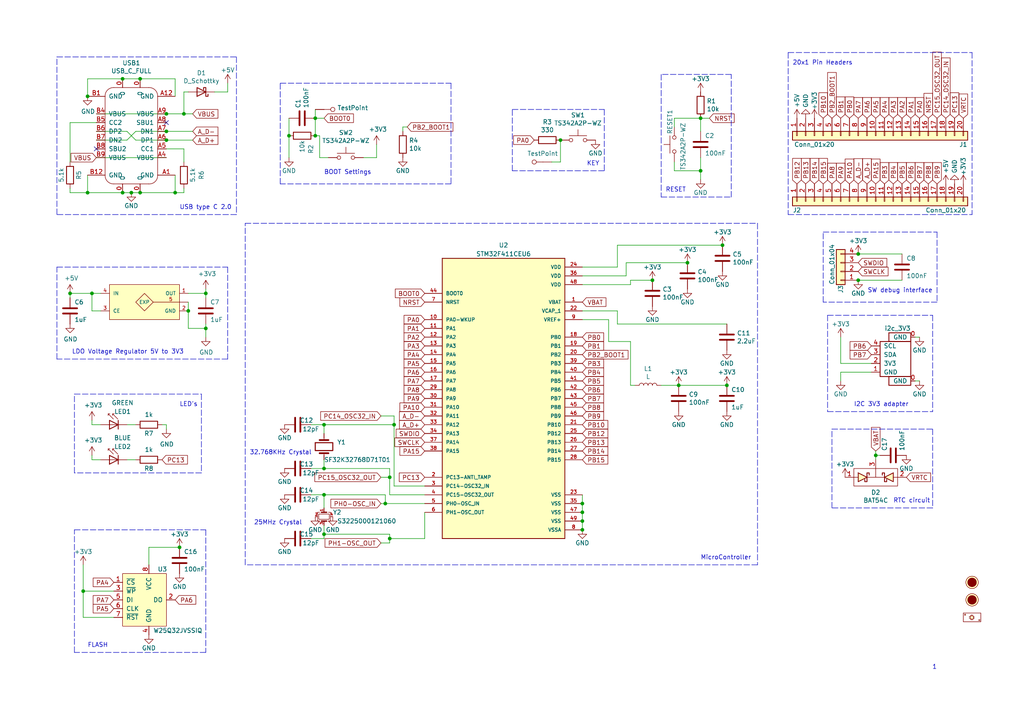
<source format=kicad_sch>
(kicad_sch (version 20211123) (generator eeschema)
  (paper "A4")
  (junction (at 113.03 138.43))
  (junction (at 248.92 81.28))
  (junction (at 209.55 71.12))
  (junction (at 26.67 85.09))
  (junction (at 93.98 143.51))
  (junction (at 20.32 85.09))
  (junction (at 35.56 55.88))
  (junction (at 199.39 76.2))
  (junction (at 93.98 154.94))
  (junction (at 25.4 55.88))
  (junction (at 48.26 33.02))
  (junction (at 48.26 38.1))
  (junction (at 113.03 156.21))
  (junction (at 91.44 39.37))
  (junction (at 50.8 55.88))
  (junction (at 52.07 158.75))
  (junction (at 248.92 73.66))
  (junction (at 48.26 40.64))
  (junction (at 254 132.08))
  (junction (at 25.4 27.94))
  (junction (at 196.85 111.76))
  (junction (at 93.98 123.19))
  (junction (at 54.61 90.17))
  (junction (at 53.34 33.02))
  (junction (at 59.69 85.09))
  (junction (at 168.91 153.67))
  (junction (at 210.82 111.76))
  (junction (at 162.56 40.64))
  (junction (at 168.91 151.13))
  (junction (at 91.44 34.29))
  (junction (at 168.91 146.05))
  (junction (at 83.82 39.37))
  (junction (at 24.13 171.45))
  (junction (at 168.91 148.59))
  (junction (at 114.3 123.19))
  (junction (at 189.23 81.28))
  (junction (at 111.76 146.05))
  (junction (at 203.2 49.53))
  (junction (at 93.98 135.89))
  (junction (at 40.64 55.88))
  (junction (at 203.2 34.29))
  (junction (at 35.56 22.86))
  (junction (at 59.69 95.25))
  (junction (at 38.1 55.88))
  (junction (at 40.64 22.86))
  (no_connect (at 27.94 43.18))
  (no_connect (at 48.26 35.56))
  (wire (pts (xy 36.83 40.64) (xy 39.37 38.1)))
  (wire (pts (xy 92.71 39.37) (xy 91.44 39.37)))
  (wire (pts (xy 90.17 135.89) (xy 93.98 135.89)))
  (wire (pts (xy 111.76 143.51) (xy 111.76 146.05)))
  (wire (pts (xy 113.03 156.21) (xy 113.03 154.94)))
  (wire (pts (xy 168.91 82.55) (xy 182.88 82.55)))
  (wire (pts (xy 203.2 34.29) (xy 205.74 34.29)))
  (wire (pts (xy 196.85 111.76) (xy 210.82 111.76)))
  (wire (pts (xy 39.37 40.64) (xy 48.26 40.64)))
  (wire (pts (xy 110.49 138.43) (xy 113.03 138.43)))
  (wire (pts (xy 26.67 132.08) (xy 26.67 133.35)))
  (wire (pts (xy 90.17 156.21) (xy 93.98 156.21)))
  (polyline (pts (xy 16.51 16.51) (xy 68.58 16.51)))
  (wire (pts (xy 114.3 123.19) (xy 114.3 140.97)))
  (wire (pts (xy 254 130.81) (xy 254 132.08)))
  (polyline (pts (xy 71.12 163.83) (xy 71.12 64.77)))
  (wire (pts (xy 248.92 73.66) (xy 261.62 73.66)))
  (wire (pts (xy 168.91 77.47) (xy 179.07 77.47)))
  (wire (pts (xy 162.56 46.99) (xy 162.56 40.64)))
  (wire (pts (xy 116.84 36.83) (xy 118.11 36.83)))
  (polyline (pts (xy 130.81 24.13) (xy 130.81 53.34)))
  (wire (pts (xy 20.32 85.09) (xy 26.67 85.09)))
  (polyline (pts (xy 219.71 163.83) (xy 71.12 163.83)))
  (wire (pts (xy 93.98 125.73) (xy 93.98 123.19)))
  (wire (pts (xy 46.99 123.19) (xy 48.26 123.19)))
  (wire (pts (xy 20.32 35.56) (xy 27.94 35.56)))
  (wire (pts (xy 83.82 39.37) (xy 83.82 34.29)))
  (wire (pts (xy 110.49 120.65) (xy 114.3 120.65)))
  (wire (pts (xy 168.91 148.59) (xy 168.91 151.13)))
  (wire (pts (xy 36.83 123.19) (xy 39.37 123.19)))
  (wire (pts (xy 168.91 90.17) (xy 179.07 90.17)))
  (wire (pts (xy 243.84 97.79) (xy 243.84 105.41)))
  (polyline (pts (xy 212.09 21.59) (xy 191.77 21.59)))
  (wire (pts (xy 91.44 34.29) (xy 91.44 39.37)))
  (polyline (pts (xy 270.51 147.32) (xy 241.3 147.32)))
  (wire (pts (xy 39.37 38.1) (xy 48.26 38.1)))
  (wire (pts (xy 255.27 132.08) (xy 254 132.08)))
  (polyline (pts (xy 241.3 147.32) (xy 241.3 124.46)))
  (wire (pts (xy 91.44 34.29) (xy 91.44 31.75)))
  (wire (pts (xy 50.8 55.88) (xy 50.8 50.8)))
  (wire (pts (xy 265.43 110.49) (xy 266.7 110.49)))
  (polyline (pts (xy 175.26 31.75) (xy 175.26 49.53)))
  (wire (pts (xy 62.23 26.67) (xy 66.04 26.67)))
  (polyline (pts (xy 21.59 137.16) (xy 21.59 114.3)))
  (wire (pts (xy 195.58 36.83) (xy 195.58 34.29)))
  (wire (pts (xy 179.07 77.47) (xy 179.07 71.12)))
  (wire (pts (xy 203.2 45.72) (xy 203.2 49.53)))
  (wire (pts (xy 26.67 90.17) (xy 26.67 85.09)))
  (wire (pts (xy 191.77 111.76) (xy 196.85 111.76)))
  (wire (pts (xy 26.67 121.92) (xy 26.67 123.19)))
  (wire (pts (xy 59.69 95.25) (xy 59.69 97.79)))
  (wire (pts (xy 36.83 133.35) (xy 39.37 133.35)))
  (wire (pts (xy 33.02 179.07) (xy 24.13 179.07)))
  (wire (pts (xy 48.26 40.64) (xy 55.88 40.64)))
  (polyline (pts (xy 58.42 137.16) (xy 21.59 137.16)))
  (wire (pts (xy 20.32 85.09) (xy 20.32 86.36)))
  (polyline (pts (xy 175.26 49.53) (xy 148.59 49.53)))
  (wire (pts (xy 182.88 111.76) (xy 184.15 111.76)))
  (wire (pts (xy 111.76 143.51) (xy 93.98 143.51)))
  (polyline (pts (xy 58.42 114.3) (xy 58.42 137.16)))
  (wire (pts (xy 27.94 40.64) (xy 36.83 40.64)))
  (polyline (pts (xy 81.28 53.34) (xy 81.28 24.13)))
  (wire (pts (xy 113.03 135.89) (xy 113.03 138.43)))
  (wire (pts (xy 105.41 45.72) (xy 109.22 45.72)))
  (wire (pts (xy 33.02 171.45) (xy 24.13 171.45)))
  (polyline (pts (xy 21.59 153.67) (xy 59.69 153.67)))
  (wire (pts (xy 168.91 80.01) (xy 181.61 80.01)))
  (wire (pts (xy 113.03 138.43) (xy 113.03 143.51)))
  (wire (pts (xy 53.34 26.67) (xy 54.61 26.67)))
  (polyline (pts (xy 71.12 64.77) (xy 219.71 64.77)))
  (wire (pts (xy 93.98 156.21) (xy 93.98 154.94)))
  (wire (pts (xy 25.4 27.94) (xy 25.4 22.86)))
  (wire (pts (xy 48.26 38.1) (xy 55.88 38.1)))
  (wire (pts (xy 114.3 140.97) (xy 123.19 140.97)))
  (wire (pts (xy 176.53 92.71) (xy 168.91 92.71)))
  (wire (pts (xy 179.07 90.17) (xy 179.07 93.98)))
  (wire (pts (xy 93.98 135.89) (xy 113.03 135.89)))
  (wire (pts (xy 20.32 55.88) (xy 25.4 55.88)))
  (polyline (pts (xy 241.3 124.46) (xy 270.51 124.46)))
  (wire (pts (xy 26.67 133.35) (xy 29.21 133.35)))
  (wire (pts (xy 113.03 154.94) (xy 93.98 154.94)))
  (wire (pts (xy 116.84 38.1) (xy 116.84 36.83)))
  (wire (pts (xy 113.03 156.21) (xy 113.03 157.48)))
  (wire (pts (xy 54.61 87.63) (xy 54.61 90.17)))
  (wire (pts (xy 92.71 45.72) (xy 92.71 39.37)))
  (wire (pts (xy 52.07 158.75) (xy 43.18 158.75)))
  (wire (pts (xy 168.91 151.13) (xy 168.91 153.67)))
  (wire (pts (xy 53.34 55.88) (xy 50.8 55.88)))
  (wire (pts (xy 27.94 38.1) (xy 36.83 38.1)))
  (polyline (pts (xy 212.09 57.15) (xy 212.09 21.59)))
  (wire (pts (xy 109.22 45.72) (xy 109.22 41.91)))
  (wire (pts (xy 54.61 95.25) (xy 59.69 95.25)))
  (wire (pts (xy 181.61 76.2) (xy 199.39 76.2)))
  (wire (pts (xy 38.1 55.88) (xy 40.64 55.88)))
  (wire (pts (xy 53.34 43.18) (xy 48.26 43.18)))
  (wire (pts (xy 182.88 81.28) (xy 189.23 81.28)))
  (wire (pts (xy 254 132.08) (xy 254 133.35)))
  (wire (pts (xy 111.76 146.05) (xy 110.49 146.05)))
  (polyline (pts (xy 228.6 15.24) (xy 228.6 62.23)))
  (wire (pts (xy 50.8 22.86) (xy 50.8 27.94)))
  (wire (pts (xy 123.19 146.05) (xy 111.76 146.05)))
  (polyline (pts (xy 81.28 24.13) (xy 130.81 24.13)))
  (wire (pts (xy 24.13 163.83) (xy 24.13 171.45)))
  (wire (pts (xy 26.67 123.19) (xy 29.21 123.19)))
  (polyline (pts (xy 191.77 21.59) (xy 191.77 57.15)))
  (polyline (pts (xy 66.04 104.14) (xy 16.51 104.14)))
  (wire (pts (xy 53.34 54.61) (xy 53.34 55.88)))
  (wire (pts (xy 40.64 22.86) (xy 50.8 22.86)))
  (wire (pts (xy 182.88 82.55) (xy 182.88 81.28)))
  (wire (pts (xy 25.4 50.8) (xy 25.4 55.88)))
  (wire (pts (xy 35.56 22.86) (xy 40.64 22.86)))
  (wire (pts (xy 265.43 97.79) (xy 266.7 97.79)))
  (polyline (pts (xy 270.51 124.46) (xy 270.51 147.32)))
  (wire (pts (xy 168.91 143.51) (xy 168.91 146.05)))
  (wire (pts (xy 53.34 33.02) (xy 53.34 26.67)))
  (wire (pts (xy 25.4 22.86) (xy 35.56 22.86)))
  (wire (pts (xy 59.69 86.36) (xy 59.69 85.09)))
  (wire (pts (xy 43.18 158.75) (xy 43.18 163.83)))
  (wire (pts (xy 48.26 123.19) (xy 48.26 124.46)))
  (wire (pts (xy 195.58 46.99) (xy 195.58 49.53)))
  (wire (pts (xy 203.2 49.53) (xy 203.2 52.07)))
  (wire (pts (xy 182.88 99.06) (xy 182.88 111.76)))
  (wire (pts (xy 181.61 80.01) (xy 181.61 76.2)))
  (wire (pts (xy 182.88 99.06) (xy 176.53 99.06)))
  (wire (pts (xy 27.94 45.72) (xy 48.26 45.72)))
  (wire (pts (xy 36.83 38.1) (xy 39.37 40.64)))
  (wire (pts (xy 53.34 46.99) (xy 53.34 43.18)))
  (wire (pts (xy 176.53 99.06) (xy 176.53 92.71)))
  (polyline (pts (xy 240.03 91.44) (xy 270.51 91.44)))
  (polyline (pts (xy 240.03 91.44) (xy 240.03 119.38)))
  (wire (pts (xy 195.58 49.53) (xy 203.2 49.53)))
  (polyline (pts (xy 16.51 62.23) (xy 16.51 16.51)))
  (wire (pts (xy 123.19 156.21) (xy 113.03 156.21)))
  (polyline (pts (xy 16.51 104.14) (xy 16.51 77.47)))
  (wire (pts (xy 24.13 171.45) (xy 24.13 179.07)))
  (polyline (pts (xy 228.6 62.23) (xy 281.94 62.23)))
  (polyline (pts (xy 240.03 119.38) (xy 270.51 119.38)))
  (wire (pts (xy 54.61 85.09) (xy 59.69 85.09)))
  (wire (pts (xy 243.84 107.95) (xy 252.73 107.95)))
  (wire (pts (xy 179.07 93.98) (xy 210.82 93.98)))
  (polyline (pts (xy 271.78 67.31) (xy 271.78 87.63)))
  (wire (pts (xy 25.4 55.88) (xy 35.56 55.88)))
  (wire (pts (xy 123.19 148.59) (xy 123.19 156.21)))
  (wire (pts (xy 93.98 154.94) (xy 93.98 152.4)))
  (wire (pts (xy 93.98 123.19) (xy 90.17 123.19)))
  (wire (pts (xy 203.2 38.1) (xy 203.2 34.29)))
  (polyline (pts (xy 148.59 49.53) (xy 148.59 31.75)))
  (wire (pts (xy 20.32 46.99) (xy 20.32 35.56)))
  (wire (pts (xy 248.92 81.28) (xy 261.62 81.28)))
  (polyline (pts (xy 16.51 77.47) (xy 66.04 77.47)))
  (wire (pts (xy 93.98 135.89) (xy 93.98 133.35)))
  (wire (pts (xy 26.67 85.09) (xy 29.21 85.09)))
  (polyline (pts (xy 59.69 153.67) (xy 59.69 189.23)))
  (polyline (pts (xy 66.04 77.47) (xy 66.04 104.14)))
  (polyline (pts (xy 68.58 16.51) (xy 68.58 62.23)))
  (wire (pts (xy 54.61 95.25) (xy 54.61 90.17)))
  (wire (pts (xy 53.34 33.02) (xy 55.88 33.02)))
  (wire (pts (xy 93.98 123.19) (xy 114.3 123.19)))
  (polyline (pts (xy 271.78 87.63) (xy 238.76 87.63)))
  (wire (pts (xy 243.84 110.49) (xy 243.84 107.95)))
  (wire (pts (xy 90.17 143.51) (xy 93.98 143.51)))
  (wire (pts (xy 114.3 120.65) (xy 114.3 123.19)))
  (wire (pts (xy 66.04 26.67) (xy 66.04 24.13)))
  (wire (pts (xy 93.98 143.51) (xy 93.98 147.32)))
  (polyline (pts (xy 270.51 91.44) (xy 270.51 119.38)))
  (polyline (pts (xy 219.71 64.77) (xy 219.71 163.83)))
  (wire (pts (xy 48.26 33.02) (xy 53.34 33.02)))
  (polyline (pts (xy 59.69 189.23) (xy 21.59 189.23)))
  (wire (pts (xy 168.91 146.05) (xy 168.91 148.59)))
  (wire (pts (xy 243.84 105.41) (xy 252.73 105.41)))
  (wire (pts (xy 83.82 39.37) (xy 83.82 45.72)))
  (polyline (pts (xy 130.81 53.34) (xy 81.28 53.34)))
  (polyline (pts (xy 238.76 67.31) (xy 271.78 67.31)))
  (wire (pts (xy 179.07 71.12) (xy 209.55 71.12)))
  (wire (pts (xy 40.64 55.88) (xy 50.8 55.88)))
  (polyline (pts (xy 228.6 15.24) (xy 281.94 15.24)))
  (wire (pts (xy 92.71 45.72) (xy 95.25 45.72)))
  (polyline (pts (xy 21.59 189.23) (xy 21.59 153.67)))
  (wire (pts (xy 27.94 33.02) (xy 48.26 33.02)))
  (polyline (pts (xy 21.59 114.3) (xy 58.42 114.3)))
  (polyline (pts (xy 281.94 15.24) (xy 281.94 62.23)))
  (polyline (pts (xy 191.77 57.15) (xy 212.09 57.15)))
  (polyline (pts (xy 68.58 62.23) (xy 16.51 62.23)))
  (wire (pts (xy 20.32 54.61) (xy 20.32 55.88)))
  (polyline (pts (xy 238.76 87.63) (xy 238.76 67.31)))
  (wire (pts (xy 59.69 93.98) (xy 59.69 95.25)))
  (wire (pts (xy 59.69 85.09) (xy 59.69 83.82)))
  (polyline (pts (xy 148.59 31.75) (xy 175.26 31.75)))
  (wire (pts (xy 113.03 143.51) (xy 123.19 143.51)))
  (wire (pts (xy 35.56 55.88) (xy 38.1 55.88)))
  (wire (pts (xy 110.49 157.48) (xy 113.03 157.48)))
  (wire (pts (xy 160.02 46.99) (xy 162.56 46.99)))
  (wire (pts (xy 91.44 34.29) (xy 93.98 34.29)))
  (wire (pts (xy 195.58 34.29) (xy 203.2 34.29)))
  (wire (pts (xy 29.21 90.17) (xy 26.67 90.17)))
  (text "KEY" (at 170.18 48.26 0) (effects (font (size 1.27 1.27)) (justify left bottom)))
  (text "32.768KHz Crystal" (at 72.39 132.08 0) (effects (font (size 1.27 1.27)) (justify left bottom)))
  (text "LDO Voltage Regulator 5V to 3V3" (at 53.34 102.87 180) (effects (font (size 1.27 1.27)) (justify right bottom)))
  (text "FLASH" (at 25.4 187.96 0) (effects (font (size 1.27 1.27)) (justify left bottom)))
  (text "LED's" (at 52.07 118.11 0) (effects (font (size 1.27 1.27)) (justify left bottom)))
  (text "SW debug interface" (at 270.51 85.09 180) (effects (font (size 1.27 1.27)) (justify right bottom)))
  (text "1" (at 271.78 194.31 180) (effects (font (size 1.27 1.27)) (justify right bottom)))
  (text "BOOT Settings" (at 93.98 50.8 0) (effects (font (size 1.27 1.27)) (justify left bottom)))
  (text "RESET" (at 193.04 55.88 0) (effects (font (size 1.27 1.27)) (justify left bottom)))
  (text "USB type C 2.0" (at 52.07 60.96 0) (effects (font (size 1.27 1.27)) (justify left bottom)))
  (text "25MHz Crystal" (at 73.66 152.4 0) (effects (font (size 1.27 1.27)) (justify left bottom)))
  (text "I2C 3V3 adapter\n" (at 247.65 118.11 0) (effects (font (size 1.27 1.27)) (justify left bottom)))
  (text "20x1 Pin Headers" (at 229.87 19.05 0) (effects (font (size 1.27 1.27)) (justify left bottom)))
  (text "MicroController" (at 203.2 162.56 0) (effects (font (size 1.27 1.27)) (justify left bottom)))
  (text "RTC circuit" (at 259.08 146.05 0) (effects (font (size 1.27 1.27)) (justify left bottom)))
  (global_label "PB6" (shape input) (at 168.91 113.03 0) (property "Intersheet References" "${INTERSHEET_REFS}" (effects hide)))
  (global_label "PB3" (shape input) (at 256.54 53.34 90) (property "Intersheet References" "${INTERSHEET_REFS}" (effects hide)))
  (global_label "PA10" (shape input) (at 246.38 53.34 90) (property "Intersheet References" "${INTERSHEET_REFS}" (effects hide)))
  (global_label "VBUS" (shape input) (at 55.88 33.02 0) (property "Intersheet References" "${INTERSHEET_REFS}" (effects hide)))
  (global_label "PB10" (shape input) (at 238.76 34.29 90) (property "Intersheet References" "${INTERSHEET_REFS}" (effects hide)))
  (global_label "PA15" (shape input) (at 254 53.34 90) (property "Intersheet References" "${INTERSHEET_REFS}" (effects hide)))
  (global_label "PA15" (shape input) (at 123.19 130.81 180) (property "Intersheet References" "${INTERSHEET_REFS}" (effects hide)))
  (global_label "PA9" (shape input) (at 243.84 53.34 90) (property "Intersheet References" "${INTERSHEET_REFS}" (effects hide)))
  (global_label "PA6" (shape input) (at 251.46 34.29 90) (property "Intersheet References" "${INTERSHEET_REFS}" (effects hide)))
  (global_label "PA6" (shape input) (at 123.19 107.95 180) (property "Intersheet References" "${INTERSHEET_REFS}" (effects hide)))
  (global_label "PA4" (shape input) (at 256.54 34.29 90) (property "Intersheet References" "${INTERSHEET_REFS}" (effects hide)))
  (global_label "SWDIO" (shape input) (at 123.19 125.73 180) (property "Intersheet References" "${INTERSHEET_REFS}" (effects hide)))
  (global_label "PC13" (shape input) (at 276.86 34.29 90) (property "Intersheet References" "${INTERSHEET_REFS}" (effects hide)))
  (global_label "PA5" (shape input) (at 33.02 176.53 180) (property "Intersheet References" "${INTERSHEET_REFS}" (effects hide)))
  (global_label "A_D+" (shape input) (at 251.46 53.34 90) (property "Intersheet References" "${INTERSHEET_REFS}" (effects hide)))
  (global_label "NRST" (shape input) (at 205.74 34.29 0) (property "Intersheet References" "${INTERSHEET_REFS}" (effects hide)))
  (global_label "SWDIO" (shape input) (at 248.92 76.2 0) (property "Intersheet References" "${INTERSHEET_REFS}" (effects hide)))
  (global_label "PB13" (shape input) (at 233.68 53.34 90) (property "Intersheet References" "${INTERSHEET_REFS}" (effects hide)))
  (global_label "PB0" (shape input) (at 168.91 97.79 0) (property "Intersheet References" "${INTERSHEET_REFS}" (effects hide)))
  (global_label "PA0" (shape input) (at 266.7 34.29 90) (property "Intersheet References" "${INTERSHEET_REFS}" (effects hide)))
  (global_label "PB9" (shape input) (at 168.91 120.65 0) (property "Intersheet References" "${INTERSHEET_REFS}" (effects hide)))
  (global_label "PC15_OSC32_OUT" (shape input) (at 110.49 138.43 180) (property "Intersheet References" "${INTERSHEET_REFS}" (effects hide)))
  (global_label "PB15" (shape input) (at 168.91 133.35 0) (property "Intersheet References" "${INTERSHEET_REFS}" (effects hide)))
  (global_label "PB0" (shape input) (at 246.38 34.29 90) (property "Intersheet References" "${INTERSHEET_REFS}" (effects hide)))
  (global_label "PB2_BOOT1" (shape input) (at 118.11 36.83 0) (property "Intersheet References" "${INTERSHEET_REFS}" (effects hide)))
  (global_label "PA4" (shape input) (at 33.02 168.91 180) (property "Intersheet References" "${INTERSHEET_REFS}" (effects hide)))
  (global_label "PC13" (shape input) (at 46.99 133.35 0) (property "Intersheet References" "${INTERSHEET_REFS}" (effects hide)))
  (global_label "PB14" (shape input) (at 236.22 53.34 90) (property "Intersheet References" "${INTERSHEET_REFS}" (effects hide)))
  (global_label "PA3" (shape input) (at 123.19 100.33 180) (property "Intersheet References" "${INTERSHEET_REFS}" (effects hide)))
  (global_label "PB13" (shape input) (at 168.91 128.27 0) (property "Intersheet References" "${INTERSHEET_REFS}" (effects hide)))
  (global_label "PC15_OSC32_OUT" (shape input) (at 271.78 34.29 90) (property "Intersheet References" "${INTERSHEET_REFS}" (effects hide)))
  (global_label "PA8" (shape input) (at 241.3 53.34 90) (property "Intersheet References" "${INTERSHEET_REFS}" (effects hide)))
  (global_label "PB6" (shape input) (at 252.73 100.33 180) (property "Intersheet References" "${INTERSHEET_REFS}" (effects hide)))
  (global_label "PB5" (shape input) (at 261.62 53.34 90) (property "Intersheet References" "${INTERSHEET_REFS}" (effects hide)))
  (global_label "BOOT0" (shape input) (at 123.19 85.09 180) (property "Intersheet References" "${INTERSHEET_REFS}" (effects hide)))
  (global_label "PA2" (shape input) (at 261.62 34.29 90) (property "Intersheet References" "${INTERSHEET_REFS}" (effects hide)))
  (global_label "PA2" (shape input) (at 123.19 97.79 180) (property "Intersheet References" "${INTERSHEET_REFS}" (effects hide)))
  (global_label "VBAT" (shape input) (at 254 130.81 90) (property "Intersheet References" "${INTERSHEET_REFS}" (effects hide)))
  (global_label "PH1-OSC_OUT" (shape input) (at 110.49 157.48 180) (property "Intersheet References" "${INTERSHEET_REFS}" (effects hide)))
  (global_label "PB2_BOOT1" (shape input) (at 241.3 34.29 90) (property "Intersheet References" "${INTERSHEET_REFS}" (effects hide)))
  (global_label "PA3" (shape input) (at 259.08 34.29 90) (property "Intersheet References" "${INTERSHEET_REFS}" (effects hide)))
  (global_label "PB4" (shape input) (at 259.08 53.34 90) (property "Intersheet References" "${INTERSHEET_REFS}" (effects hide)))
  (global_label "PA5" (shape input) (at 254 34.29 90) (property "Intersheet References" "${INTERSHEET_REFS}" (effects hide)))
  (global_label "PA9" (shape input) (at 123.19 115.57 180) (property "Intersheet References" "${INTERSHEET_REFS}" (effects hide)))
  (global_label "PB14" (shape input) (at 168.91 130.81 0) (property "Intersheet References" "${INTERSHEET_REFS}" (effects hide)))
  (global_label "PA1" (shape input) (at 123.19 95.25 180) (property "Intersheet References" "${INTERSHEET_REFS}" (effects hide)))
  (global_label "PB12" (shape input) (at 168.91 125.73 0) (property "Intersheet References" "${INTERSHEET_REFS}" (effects hide)))
  (global_label "PA5" (shape input) (at 123.19 105.41 180) (property "Intersheet References" "${INTERSHEET_REFS}" (effects hide)))
  (global_label "A_D-" (shape input) (at 123.19 120.65 180) (property "Intersheet References" "${INTERSHEET_REFS}" (effects hide)))
  (global_label "PB15" (shape input) (at 238.76 53.34 90) (property "Intersheet References" "${INTERSHEET_REFS}" (effects hide)))
  (global_label "PB9" (shape input) (at 271.78 53.34 90) (property "Intersheet References" "${INTERSHEET_REFS}" (effects hide)))
  (global_label "VRTC" (shape input) (at 262.89 138.43 0) (property "Intersheet References" "${INTERSHEET_REFS}" (effects hide)))
  (global_label "PH0-OSC_IN" (shape input) (at 110.49 146.05 180) (property "Intersheet References" "${INTERSHEET_REFS}" (effects hide)))
  (global_label "PB6" (shape input) (at 264.16 53.34 90) (property "Intersheet References" "${INTERSHEET_REFS}" (effects hide)))
  (global_label "PC14_OSC32_IN" (shape input) (at 274.32 34.29 90) (property "Intersheet References" "${INTERSHEET_REFS}" (effects hide)))
  (global_label "VBUS" (shape input) (at 27.94 45.72 180) (property "Intersheet References" "${INTERSHEET_REFS}" (effects hide)))
  (global_label "PA7" (shape input) (at 33.02 173.99 180) (property "Intersheet References" "${INTERSHEET_REFS}" (effects hide)))
  (global_label "PB1" (shape input) (at 168.91 100.33 0) (property "Intersheet References" "${INTERSHEET_REFS}" (effects hide)))
  (global_label "PB3" (shape input) (at 168.91 105.41 0) (property "Intersheet References" "${INTERSHEET_REFS}" (effects hide)))
  (global_label "PB2_BOOT1" (shape input) (at 168.91 102.87 0) (property "Intersheet References" "${INTERSHEET_REFS}" (effects hide)))
  (global_label "PA7" (shape input) (at 123.19 110.49 180) (property "Intersheet References" "${INTERSHEET_REFS}" (effects hide)))
  (global_label "VRTC" (shape input) (at 279.4 34.29 90) (property "Intersheet References" "${INTERSHEET_REFS}" (effects hide)))
  (global_label "PB7" (shape input) (at 252.73 102.87 180) (property "Intersheet References" "${INTERSHEET_REFS}" (effects hide)))
  (global_label "VBAT" (shape input) (at 168.91 87.63 0) (property "Intersheet References" "${INTERSHEET_REFS}" (effects hide)))
  (global_label "PC14_OSC32_IN" (shape input) (at 110.49 120.65 180) (property "Intersheet References" "${INTERSHEET_REFS}" (effects hide)))
  (global_label "NRST" (shape input) (at 269.24 34.29 90) (property "Intersheet References" "${INTERSHEET_REFS}" (effects hide)))
  (global_label "PB1" (shape input) (at 243.84 34.29 90) (property "Intersheet References" "${INTERSHEET_REFS}" (effects hide)))
  (global_label "A_D-" (shape input) (at 248.92 53.34 90) (property "Intersheet References" "${INTERSHEET_REFS}" (effects hide)))
  (global_label "PB10" (shape input) (at 168.91 123.19 0) (property "Intersheet References" "${INTERSHEET_REFS}" (effects hide)))
  (global_label "PA10" (shape input) (at 123.19 118.11 180) (property "Intersheet References" "${INTERSHEET_REFS}" (effects hide)))
  (global_label "PB8" (shape input) (at 168.91 118.11 0) (property "Intersheet References" "${INTERSHEET_REFS}" (effects hide)))
  (global_label "PA0" (shape input) (at 123.19 92.71 180) (property "Intersheet References" "${INTERSHEET_REFS}" (effects hide)))
  (global_label "PB8" (shape input) (at 269.24 53.34 90) (property "Intersheet References" "${INTERSHEET_REFS}" (effects hide)))
  (global_label "A_D-" (shape input) (at 55.88 38.1 0) (property "Intersheet References" "${INTERSHEET_REFS}" (effects hide)))
  (global_label "PB5" (shape input) (at 168.91 110.49 0) (property "Intersheet References" "${INTERSHEET_REFS}" (effects hide)))
  (global_label "PC13" (shape input) (at 123.19 138.43 180) (property "Intersheet References" "${INTERSHEET_REFS}" (effects hide)))
  (global_label "PA0" (shape input) (at 154.94 40.64 180) (property "Intersheet References" "${INTERSHEET_REFS}" (effects hide)))
  (global_label "PA7" (shape input) (at 248.92 34.29 90) (property "Intersheet References" "${INTERSHEET_REFS}" (effects hide)))
  (global_label "PA1" (shape input) (at 264.16 34.29 90) (property "Intersheet References" "${INTERSHEET_REFS}" (effects hide)))
  (global_label "PB7" (shape input) (at 168.91 115.57 0) (property "Intersheet References" "${INTERSHEET_REFS}" (effects hide)))
  (global_label "PB12" (shape input) (at 231.14 53.34 90) (property "Intersheet References" "${INTERSHEET_REFS}" (effects hide)))
  (global_label "A_D+" (shape input) (at 123.19 123.19 180) (property "Intersheet References" "${INTERSHEET_REFS}" (effects hide)))
  (global_label "PA6" (shape input) (at 50.8 173.99 0) (property "Intersheet References" "${INTERSHEET_REFS}" (effects hide)))
  (global_label "SWCLK" (shape input) (at 248.92 78.74 0) (property "Intersheet References" "${INTERSHEET_REFS}" (effects hide)))
  (global_label "PA8" (shape input) (at 123.19 113.03 180) (property "Intersheet References" "${INTERSHEET_REFS}" (effects hide)))
  (global_label "PA4" (shape input) (at 123.19 102.87 180) (property "Intersheet References" "${INTERSHEET_REFS}" (effects hide)))
  (global_label "A_D+" (shape input) (at 55.88 40.64 0) (property "Intersheet References" "${INTERSHEET_REFS}" (effects hide)))
  (global_label "BOOT0" (shape input) (at 93.98 34.29 0) (property "Intersheet References" "${INTERSHEET_REFS}" (effects hide)))
  (global_label "SWCLK" (shape input) (at 123.19 128.27 180) (property "Intersheet References" "${INTERSHEET_REFS}" (effects hide)))
  (global_label "PB7" (shape input) (at 266.7 53.34 90) (property "Intersheet References" "${INTERSHEET_REFS}" (effects hide)))
  (global_label "PB4" (shape input) (at 168.91 107.95 0) (property "Intersheet References" "${INTERSHEET_REFS}" (effects hide)))
  (global_label "NRST" (shape input) (at 123.19 87.63 180) (property "Intersheet References" "${INTERSHEET_REFS}" (effects hide)))
  (symbol (lib_id "GS_Local:TS342A2P-WZ") (at 167.64 40.64 0) (unit 1)
    (property "Reference" "SW1" (at 167.64 33.401 0))
    (property "Value" "TS342A2P-WZ" (at 167.64 35.7124 0))
    (property "Footprint" "GS_Local:TS342A2P-WZ" (effects hide))
    (property "Datasheet" "https://datasheet.lcsc.com/szlcsc/2005221232_SHOU-HAN-TS342A2P-WZ_C557591.pdf" (effects hide))
    (property "MPN" "TS342A2P-WZ" (effects hide))
    (property "LCSC" "C557591" (effects hide))
  )
  (symbol (lib_id "GS_Local:+3V3") (at 26.67 132.08 0) (unit 1)
    (property "Reference" "#PWR0145" (effects hide))
    (property "Value" "+3V3" (at 27.051 127.6858 0))
  )
  (symbol (lib_id "GS_Local:GND") (at 168.91 153.67 0) (unit 1)
    (property "Reference" "#PWR0132" (effects hide))
    (property "Value" "GND" (at 168.91 157.48 0))
  )
  (symbol (lib_id "GS_Local:+5V") (at 231.14 34.29 0) (unit 1)
    (property "Reference" "#PWR0141" (effects hide))
    (property "Value" "+5V" (at 231.14 29.21 90))
  )
  (symbol (lib_id "GS_Local:GND") (at 82.55 123.19 0) (unit 1)
    (property "Reference" "#PWR0133" (effects hide))
    (property "Value" "GND" (at 82.55 127 0))
  )
  (symbol (lib_id "GS_Local:S3225000121060") (at 93.98 149.86 270) (unit 1)
    (property "Reference" "Y2" (at 96.52 148.59 90) (effects (justify left)))
    (property "Value" "S3225000121060" (at 97.79 151.13 90) (effects (justify left)))
    (property "Footprint" "GS_Local:Crystal_SMD_3225-4Pin_3.2x2.5mm" (effects hide))
    (property "Datasheet" "https://datasheet.lcsc.com/szlcsc/1912111437_JGHC-S3225000121060_C390773.pdf" (effects hide))
    (property "MPN" "S3225000121060" (effects hide))
    (property "LCSC" "C390773" (effects hide))
  )
  (symbol (lib_id "GS_Local:Conn_01x20") (at 254 39.37 90) (mirror x) (unit 1)
    (property "Reference" "J1" (at 279.4 41.91 90))
    (property "Value" "Conn_01x20" (at 236.22 41.91 90))
    (property "Footprint" "GS_Local:PinHeader_1x20_P2.54mm_Vertical_Male" (effects hide))
    (property "Datasheet" "https://datasheet.lcsc.com/szlcsc/1810241611_Ckmtw-Shenzhen-Cankemeng-C124374_C124374.pdf" (effects hide))
    (property "MPN" "C124374" (effects hide))
    (property "LCSC" "C124374" (effects hide))
  )
  (symbol (lib_id "GS_Local:Conn_01x20") (at 254 58.42 90) (mirror x) (unit 1)
    (property "Reference" "J2" (at 231.14 60.96 90))
    (property "Value" "Conn_01x20" (at 274.32 60.96 90))
    (property "Footprint" "GS_Local:PinHeader_1x20_P2.54mm_Vertical_Male" (effects hide))
    (property "Datasheet" "https://datasheet.lcsc.com/szlcsc/1810241611_Ckmtw-Shenzhen-Cankemeng-C124374_C124374.pdf" (effects hide))
    (property "MPN" "C124374" (effects hide))
    (property "LCSC" "C124374" (effects hide))
  )
  (symbol (lib_id "GS_Local:C") (at 189.23 85.09 0) (unit 1)
    (property "Reference" "C3" (at 192.151 83.9216 0) (effects (justify left)))
    (property "Value" "100nF" (at 192.151 86.233 0) (effects (justify left)))
    (property "Footprint" "GS_Local:C_0402_1005Metric_Alternative" (effects hide))
    (property "Datasheet" "https://datasheet.lcsc.com/szlcsc/1912111437_Walsin-Tech-Corp-0402B104K100CT_C387941.pdf" (effects hide))
    (property "MPN" "0402B104K100CT" (effects hide))
    (property "LCSC" "C387941" (effects hide))
  )
  (symbol (lib_id "GS_Local:SF32K32768D71T01") (at 93.98 129.54 90) (unit 1)
    (property "Reference" "Y1" (at 97.79 128.27 90) (effects (justify right)))
    (property "Value" "SF32K32768D71T01" (at 93.98 133.35 90) (effects (justify right)))
    (property "Footprint" "GS_Local:Crystal_SMD_3215-2Pin_3.2x1.5mm" (effects hide))
    (property "Datasheet" "https://datasheet.lcsc.com/szlcsc/1809271618_TKD-SF32K32768D71T01_C271655.pdf" (effects hide))
    (property "MPN" "SF32K32768D71T01" (effects hide))
    (property "LCSC" "C271655" (effects hide))
  )
  (symbol (lib_id "GS_Local:Conn_01x04") (at 243.84 78.74 180) (unit 1)
    (property "Reference" "J3" (at 243.84 85.09 90) (effects (justify right)))
    (property "Value" "Conn_01x04" (at 241.3 82.55 90) (effects (justify right)))
    (property "Footprint" "GS_Local:PinHeader_1x04_P2.54mm_Vertical_Male" (effects hide))
    (property "Datasheet" "https://datasheet.lcsc.com/lcsc/1912111437_MINTRON-MTP125-1104S1_C358686.pdf" (effects hide))
    (property "MPN" "MTP125-1104S1" (effects hide))
    (property "LCSC" "C358686" (effects hide))
  )
  (symbol (lib_id "GS_Local:C") (at 199.39 80.01 0) (unit 1)
    (property "Reference" "C4" (at 202.311 78.8416 0) (effects (justify left)))
    (property "Value" "100nF" (at 202.311 81.153 0) (effects (justify left)))
    (property "Footprint" "GS_Local:C_0402_1005Metric_Alternative" (effects hide))
    (property "Datasheet" "https://datasheet.lcsc.com/szlcsc/1912111437_Walsin-Tech-Corp-0402B104K100CT_C387941.pdf" (effects hide))
    (property "MPN" "0402B104K100CT" (effects hide))
    (property "LCSC" "C387941" (effects hide))
  )
  (symbol (lib_id "GS_Local:C") (at 209.55 74.93 0) (unit 1)
    (property "Reference" "C5" (at 212.471 73.7616 0) (effects (justify left)))
    (property "Value" "100nF" (at 212.471 76.073 0) (effects (justify left)))
    (property "Footprint" "GS_Local:C_0402_1005Metric_Alternative" (effects hide))
    (property "Datasheet" "https://datasheet.lcsc.com/szlcsc/1912111437_Walsin-Tech-Corp-0402B104K100CT_C387941.pdf" (effects hide))
    (property "MPN" "0402B104K100CT" (effects hide))
    (property "LCSC" "C387941" (effects hide))
  )
  (symbol (lib_id "GS_Local:C") (at 196.85 115.57 0) (unit 1)
    (property "Reference" "C9" (at 199.771 114.4016 0) (effects (justify left)))
    (property "Value" "100nF" (at 199.771 116.713 0) (effects (justify left)))
    (property "Footprint" "GS_Local:C_0402_1005Metric_Alternative" (effects hide))
    (property "Datasheet" "https://datasheet.lcsc.com/szlcsc/1912111437_Walsin-Tech-Corp-0402B104K100CT_C387941.pdf" (effects hide))
    (property "MPN" "0402B104K100CT" (effects hide))
    (property "LCSC" "C387941" (effects hide))
  )
  (symbol (lib_id "GS_Local:C") (at 20.32 90.17 0) (unit 1)
    (property "Reference" "C6" (at 21.59 87.63 0) (effects (justify left)))
    (property "Value" "1uF" (at 21.59 92.71 0) (effects (justify left)))
    (property "Footprint" "GS_Local:C_0402_1005Metric_Alternative" (effects hide))
    (property "Datasheet" "https://datasheet.lcsc.com/szlcsc/2005061106_PSA-Prosperity-Dielectrics-FS15B105K100PKG_C525324.pdf" (effects hide))
    (property "MPN" "FS15B105K100PKG" (effects hide))
    (property "LCSC" "C525324" (effects hide))
  )
  (symbol (lib_id "GS_Local:TS342A2P-WZ") (at 195.58 41.91 90) (unit 1)
    (property "Reference" "RESET1" (at 194.31 31.75 0) (effects (justify right)))
    (property "Value" "TS342A2P-WZ" (at 198.12 35.56 0) (effects (justify right)))
    (property "Footprint" "GS_Local:TS342A2P-WZ" (effects hide))
    (property "Datasheet" "https://datasheet.lcsc.com/szlcsc/2005221232_SHOU-HAN-TS342A2P-WZ_C557591.pdf" (effects hide))
    (property "MPN" "TS342A2P-WZ" (effects hide))
    (property "LCSC" "C557591" (effects hide))
  )
  (symbol (lib_id "GS_Local:R") (at 203.2 30.48 0) (unit 1)
    (property "Reference" "R1" (at 204.978 29.3116 0) (effects (justify left)))
    (property "Value" "10k" (at 204.978 31.623 0) (effects (justify left)))
    (property "Footprint" "GS_Local:R_0402_1005Metric_Alternative" (effects hide))
    (property "Datasheet" "https://datasheet.lcsc.com/szlcsc/1811091923_UNI-ROYAL-Uniroyal-Elec-0402WGJ0103TCE_C25531.pdf" (effects hide))
    (property "MPN" "0402WGJ0103TCE" (effects hide))
    (property "LCSC" "C25531" (effects hide))
  )
  (symbol (lib_id "GS_Local:C") (at 86.36 123.19 270) (unit 1)
    (property "Reference" "C12" (at 88.9 121.92 90))
    (property "Value" "12pF" (at 90.17 124.46 90))
    (property "Footprint" "GS_Local:C_0402_1005Metric_Alternative" (effects hide))
    (property "Datasheet" "https://datasheet.lcsc.com/szlcsc/1912111437_Walsin-Tech-Corp-0402N120J500CT_C340641.pdf" (effects hide))
    (property "MPN" "0402N120J500CT" (effects hide))
    (property "LCSC" "C340641" (effects hide))
  )
  (symbol (lib_id "GS_Local:C") (at 86.36 135.89 270) (unit 1)
    (property "Reference" "C13" (at 88.9 134.62 90))
    (property "Value" "12pF" (at 90.17 137.16 90))
    (property "Footprint" "GS_Local:C_0402_1005Metric_Alternative" (effects hide))
    (property "Datasheet" "https://datasheet.lcsc.com/szlcsc/1912111437_Walsin-Tech-Corp-0402N120J500CT_C340641.pdf" (effects hide))
    (property "MPN" "0402N120J500CT" (effects hide))
    (property "LCSC" "C340641" (effects hide))
  )
  (symbol (lib_id "GS_Local:DY-IR333C-A") (at 31.75 123.19 0) (mirror y) (unit 1)
    (property "Reference" "LED1" (at 35.56 119.38 0))
    (property "Value" "GREEN" (at 35.56 116.84 0))
    (property "Footprint" "GS_Local:LED_0402_1005Metric_Alternative" (effects hide))
    (property "Datasheet" "https://datasheet.lcsc.com/szlcsc/2006241134_TUOZHAN-TZ-P2-0402GTIA1-0-45T_C688877.pdf" (effects hide))
    (property "MPN" "TZ-P2-0402GTIA1-0.45T" (effects hide))
    (property "LCSC" "C688877" (effects hide))
  )
  (symbol (lib_id "GS_Local:DY-IR333C-A") (at 31.75 133.35 0) (mirror y) (unit 1)
    (property "Reference" "LED2" (at 35.56 129.54 0))
    (property "Value" "BLUE" (at 35.56 127 0))
    (property "Footprint" "GS_Local:LED_0402_1005Metric_Alternative" (effects hide))
    (property "Datasheet" "https://datasheet.lcsc.com/szlcsc/2009251739_TUOZHAN-TZ-P2-0402WYIA1-0-45T_C779447.pdf" (effects hide))
    (property "MPN" "TZ-P2-0402WYIA1-0.45T" (effects hide))
    (property "LCSC" "C779447" (effects hide))
  )
  (symbol (lib_id "GS_Local:R") (at 43.18 123.19 270) (unit 1)
    (property "Reference" "R7" (at 43.18 125.73 90))
    (property "Value" "1k" (at 43.18 120.2436 90))
    (property "Footprint" "GS_Local:R_0402_1005Metric_Alternative" (effects hide))
    (property "Datasheet" "https://datasheet.lcsc.com/szlcsc/1811141734_FH-Guangdong-Fenghua-Advanced-Tech-RC-02W1001FT_C226166.pdf" (effects hide))
    (property "MPN" "RC-02W1001FT" (effects hide))
    (property "LCSC" "C226166" (effects hide))
  )
  (symbol (lib_id "GS_Local:R") (at 43.18 133.35 270) (unit 1)
    (property "Reference" "R8" (at 43.18 135.89 90))
    (property "Value" "1k" (at 43.18 130.4036 90))
    (property "Footprint" "GS_Local:R_0402_1005Metric_Alternative" (effects hide))
    (property "Datasheet" "https://datasheet.lcsc.com/szlcsc/1811141734_FH-Guangdong-Fenghua-Advanced-Tech-RC-02W1001FT_C226166.pdf" (effects hide))
    (property "MPN" "RC-02W1001FT" (effects hide))
    (property "LCSC" "C226166" (effects hide))
  )
  (symbol (lib_id "GS_Local:+3V3") (at 59.69 83.82 0) (unit 1)
    (property "Reference" "#PWR0101" (effects hide))
    (property "Value" "+3V3" (at 60.071 79.4258 0))
  )
  (symbol (lib_id "GS_Local:C") (at 59.69 90.17 0) (unit 1)
    (property "Reference" "C7" (at 60.96 87.63 0) (effects (justify left)))
    (property "Value" "1uF" (at 60.96 92.71 0) (effects (justify left)))
    (property "Footprint" "GS_Local:C_0402_1005Metric_Alternative" (effects hide))
    (property "Datasheet" "https://datasheet.lcsc.com/szlcsc/2005061106_PSA-Prosperity-Dielectrics-FS15B105K100PKG_C525324.pdf" (effects hide))
    (property "MPN" "FS15B105K100PKG" (effects hide))
    (property "LCSC" "C525324" (effects hide))
  )
  (symbol (lib_id "GS_Local:+5V") (at 20.32 85.09 0) (unit 1)
    (property "Reference" "#PWR0102" (effects hide))
    (property "Value" "+5V" (at 20.701 80.6958 0))
  )
  (symbol (lib_id "GS_Local:GND") (at 20.32 93.98 0) (unit 1)
    (property "Reference" "#PWR0103" (effects hide))
    (property "Value" "GND" (at 20.447 98.3742 0))
  )
  (symbol (lib_id "GS_Local:GND") (at 203.2 52.07 0) (unit 1)
    (property "Reference" "#PWR0104" (effects hide))
    (property "Value" "GND" (at 203.2 55.88 0))
  )
  (symbol (lib_id "GS_Local:+3V3") (at 203.2 26.67 0) (unit 1)
    (property "Reference" "#PWR0105" (effects hide))
    (property "Value" "+3V3" (at 203.2 22.86 0))
  )
  (symbol (lib_id "GS_Local:+3V3") (at 189.23 81.28 0) (unit 1)
    (property "Reference" "#PWR0106" (effects hide))
    (property "Value" "+3V3" (at 189.23 77.47 0))
  )
  (symbol (lib_id "GS_Local:GND") (at 189.23 88.9 0) (unit 1)
    (property "Reference" "#PWR0107" (effects hide))
    (property "Value" "GND" (at 189.23 92.71 0))
  )
  (symbol (lib_id "GS_Local:GND") (at 82.55 135.89 0) (unit 1)
    (property "Reference" "#PWR0108" (effects hide))
    (property "Value" "GND" (at 82.55 139.7 0))
  )
  (symbol (lib_id "GS_Local:+3V3") (at 236.22 34.29 0) (mirror y) (unit 1)
    (property "Reference" "#PWR0109" (effects hide))
    (property "Value" "+3V3" (at 236.22 29.21 90))
  )
  (symbol (lib_id "GS_Local:GND") (at 233.68 34.29 0) (mirror x) (unit 1)
    (property "Reference" "#PWR0110" (effects hide))
    (property "Value" "GND" (at 233.68 29.21 90))
  )
  (symbol (lib_id "GS_Local:GND") (at 276.86 53.34 180) (unit 1)
    (property "Reference" "#PWR0111" (effects hide))
    (property "Value" "GND" (at 276.86 48.26 90))
  )
  (symbol (lib_id "GS_Local:+3V3") (at 279.4 53.34 0) (unit 1)
    (property "Reference" "#PWR0112" (effects hide))
    (property "Value" "+3V3" (at 279.4 48.26 90))
  )
  (symbol (lib_id "GS_Local:+5V") (at 274.32 53.34 0) (unit 1)
    (property "Reference" "#PWR0113" (effects hide))
    (property "Value" "+5V" (at 274.32 48.26 90))
  )
  (symbol (lib_id "GS_Local:GND") (at 248.92 81.28 0) (unit 1)
    (property "Reference" "#PWR0114" (effects hide))
    (property "Value" "GND" (at 248.92 85.09 0))
  )
  (symbol (lib_id "GS_Local:+3V3") (at 248.92 73.66 0) (unit 1)
    (property "Reference" "#PWR0115" (effects hide))
    (property "Value" "+3V3" (at 248.92 69.85 0))
  )
  (symbol (lib_id "GS_Local:C") (at 261.62 77.47 0) (unit 1)
    (property "Reference" "C8" (at 262.89 74.93 0) (effects (justify left)))
    (property "Value" "100nF" (at 262.89 80.01 0) (effects (justify left)))
    (property "Footprint" "GS_Local:C_0402_1005Metric_Alternative" (effects hide))
    (property "Datasheet" "https://datasheet.lcsc.com/szlcsc/1912111437_Walsin-Tech-Corp-0402B104K100CT_C387941.pdf" (effects hide))
    (property "MPN" "0402B104K100CT" (effects hide))
    (property "LCSC" "C387941" (effects hide))
  )
  (symbol (lib_id "GS_Local:+3V3") (at 26.67 121.92 0) (unit 1)
    (property "Reference" "#PWR0116" (effects hide))
    (property "Value" "+3V3" (at 27.051 117.5258 0))
  )
  (symbol (lib_id "GS_Local:GND") (at 48.26 124.46 0) (unit 1)
    (property "Reference" "#PWR0117" (effects hide))
    (property "Value" "GND" (at 48.387 128.8542 0))
  )
  (symbol (lib_id "GS_Local:GND") (at 59.69 97.79 0) (unit 1)
    (property "Reference" "#PWR0118" (effects hide))
    (property "Value" "GND" (at 59.817 102.1842 0))
  )
  (symbol (lib_id "GS_Local:+3V3") (at 243.84 97.79 0) (unit 1)
    (property "Reference" "#PWR0119" (effects hide))
    (property "Value" "+3V3" (at 243.84 93.98 0))
  )
  (symbol (lib_id "GS_Local:USB_C_FULL") (at 38.1 38.1 0) (unit 1)
    (property "Reference" "USB1" (at 38.1 18.2626 0))
    (property "Value" "USB_C_FULL" (at 38.1 20.574 0))
    (property "Footprint" "GS_Local:USB_C_C167321" (effects hide))
    (property "Datasheet" "https://datasheet.lcsc.com/szlcsc/1811101520_Jing-Extension-of-the-Electronic-Co-C167321_C167321.pdf" (effects hide))
    (property "MPN" "918-418K2023S40001" (effects hide))
    (property "LCSC" "C167321" (effects hide))
  )
  (symbol (lib_id "GS_Local:GND") (at 38.1 55.88 0) (unit 1)
    (property "Reference" "#PWR0120" (effects hide))
    (property "Value" "GND" (at 38.1 59.69 0))
  )
  (symbol (lib_id "GS_Local:GND") (at 25.4 27.94 0) (unit 1)
    (property "Reference" "#PWR0121" (effects hide))
    (property "Value" "GND" (at 25.527 32.3342 0))
  )
  (symbol (lib_id "GS_Local:ME6211C33U4AG-N") (at 41.91 90.17 0) (unit 1)
    (property "Reference" "U1" (effects hide))
    (property "Value" "ME6211C33U4AG-N" (effects hide))
    (property "Footprint" "GS_Local:FBP1-1-4" (effects hide))
    (property "Datasheet" "https://datasheet.lcsc.com/szlcsc/2005081834_MICRONE-Nanjing-Micro-One-Elec-ME6211C33U4AG-N_C428904.pdf" (effects hide))
    (property "MPN" "ME6211C33U4AG-N" (effects hide))
    (property "LCSC" "C428904" (effects hide))
  )
  (symbol (lib_id "GS_Local:R") (at 53.34 50.8 0) (unit 1)
    (property "Reference" "R6" (at 58.42 50.8 90))
    (property "Value" "5.1k" (at 55.88 50.8 90))
    (property "Footprint" "GS_Local:R_0402_1005Metric_Alternative" (effects hide))
    (property "Datasheet" "https://datasheet.lcsc.com/szlcsc/1811141743_FH-Guangdong-Fenghua-Advanced-Tech-RC-02W5101FT_C294638.pdf" (effects hide))
    (property "MPN" "RC-02W5101FT" (effects hide))
    (property "LCSC" "C294638" (effects hide))
  )
  (symbol (lib_id "GS_Local:R") (at 20.32 50.8 180) (unit 1)
    (property "Reference" "R5" (at 22.86 50.8 90))
    (property "Value" "5.1k" (at 17.78 50.8 90))
    (property "Footprint" "GS_Local:R_0402_1005Metric_Alternative" (effects hide))
    (property "Datasheet" "https://datasheet.lcsc.com/szlcsc/1811141743_FH-Guangdong-Fenghua-Advanced-Tech-RC-02W5101FT_C294638.pdf" (effects hide))
    (property "MPN" "RC-02W5101FT" (effects hide))
    (property "LCSC" "C294638" (effects hide))
  )
  (symbol (lib_id "GS_Local:D_Schottky") (at 58.42 26.67 180) (unit 1)
    (property "Reference" "D1" (at 58.42 21.1582 0))
    (property "Value" "D_Schottky" (at 58.42 23.4696 0))
    (property "Footprint" "GS_Local:SOD-123" (effects hide))
    (property "Datasheet" "https://datasheet.lcsc.com/szlcsc/1811021622_Changzhou-Starsea-Elec-B0520LW_C89640.pdf" (effects hide))
    (property "MPN" "B0520LW" (effects hide))
    (property "LCSC" "C89640" (effects hide))
  )
  (symbol (lib_id "GS_Local:+5V") (at 66.04 24.13 0) (unit 1)
    (property "Reference" "#PWR0122" (effects hide))
    (property "Value" "+5V" (at 66.04 20.32 0))
  )
  (symbol (lib_id "GS_Local:i2c_3V3") (at 259.08 104.14 0) (unit 1)
    (property "Reference" "X1" (effects hide))
    (property "Value" "i2c_3V3" (at 256.54 95.25 0) (effects (justify left)))
    (property "Footprint" "GS_Local:SH__1x04_P1.00mm_Horizontal" (effects hide))
    (property "Datasheet" "https://datasheet.lcsc.com/szlcsc/1811082116_BOOMELE-Boom-Precision-Elec-C145956_C145956.pdf" (effects hide))
    (property "MPN" "C145956" (effects hide))
    (property "LCSC" "C145956" (effects hide))
  )
  (symbol (lib_id "GS_Local:PCB") (at 281.94 179.07 0) (unit 1)
    (property "Reference" "P1" (effects hide))
    (property "Value" "PCB" (effects hide))
    (property "MPN" "SOJOWS_GS_PCB" (effects hide))
  )
  (symbol (lib_id "GS_Local:GND") (at 266.7 110.49 0) (unit 1)
    (property "Reference" "#PWR0123" (effects hide))
    (property "Value" "GND" (at 266.7 114.3 0))
  )
  (symbol (lib_id "GS_Local:GND") (at 266.7 97.79 0) (unit 1)
    (property "Reference" "#PWR0124" (effects hide))
    (property "Value" "GND" (at 266.7 101.6 0))
  )
  (symbol (lib_id "GS_Local:GND") (at 243.84 110.49 0) (unit 1)
    (property "Reference" "#PWR0125" (effects hide))
    (property "Value" "GND" (at 243.84 114.3 0))
  )
  (symbol (lib_id "GS_Local:Fiducial") (at 281.94 173.99 0) (unit 1)
    (property "Reference" "FID2" (effects hide))
    (property "Value" "Fiducial" (effects hide))
    (property "Footprint" "GS_Local:Fiducial_0.75mm_Mask1.5mm" (effects hide))
  )
  (symbol (lib_id "GS_Local:Fiducial") (at 281.94 168.91 0) (unit 1)
    (property "Reference" "FID1" (effects hide))
    (property "Value" "Fiducial" (effects hide))
    (property "Footprint" "GS_Local:Fiducial_0.75mm_Mask1.5mm" (effects hide))
  )
  (symbol (lib_id "GS_Local:+3V3") (at 199.39 76.2 0) (unit 1)
    (property "Reference" "#PWR0126" (effects hide))
    (property "Value" "+3V3" (at 199.39 72.39 0))
  )
  (symbol (lib_id "GS_Local:+3V3") (at 209.55 71.12 0) (unit 1)
    (property "Reference" "#PWR0127" (effects hide))
    (property "Value" "+3V3" (at 209.55 67.31 0))
  )
  (symbol (lib_id "GS_Local:+3V3") (at 196.85 111.76 0) (unit 1)
    (property "Reference" "#PWR0128" (effects hide))
    (property "Value" "+3V3" (at 196.85 107.95 0))
  )
  (symbol (lib_id "GS_Local:GND") (at 199.39 83.82 0) (unit 1)
    (property "Reference" "#PWR0129" (effects hide))
    (property "Value" "GND" (at 199.39 87.63 0))
  )
  (symbol (lib_id "GS_Local:GND") (at 209.55 78.74 0) (unit 1)
    (property "Reference" "#PWR0130" (effects hide))
    (property "Value" "GND" (at 209.55 82.55 0))
  )
  (symbol (lib_id "GS_Local:GND") (at 196.85 119.38 0) (unit 1)
    (property "Reference" "#PWR0131" (effects hide))
    (property "Value" "GND" (at 196.85 123.19 0))
  )
  (symbol (lib_id "GS_Local:C") (at 203.2 41.91 0) (unit 1)
    (property "Reference" "C2" (at 204.47 39.37 0) (effects (justify left)))
    (property "Value" "100nF" (at 204.47 44.45 0) (effects (justify left)))
    (property "Footprint" "GS_Local:C_0402_1005Metric_Alternative" (effects hide))
    (property "Datasheet" "https://datasheet.lcsc.com/szlcsc/1912111437_Walsin-Tech-Corp-0402B104K100CT_C387941.pdf" (effects hide))
    (property "MPN" "0402B104K100CT" (effects hide))
    (property "LCSC" "C387941" (effects hide))
  )
  (symbol (lib_id "GS_Local:C") (at 86.36 156.21 270) (unit 1)
    (property "Reference" "C15" (at 88.9 154.94 90))
    (property "Value" "12pF" (at 90.17 157.48 90))
    (property "Footprint" "GS_Local:C_0402_1005Metric_Alternative" (effects hide))
    (property "Datasheet" "https://datasheet.lcsc.com/szlcsc/1912111437_Walsin-Tech-Corp-0402N120J500CT_C340641.pdf" (effects hide))
    (property "MPN" "0402N120J500CT" (effects hide))
    (property "LCSC" "C340641" (effects hide))
  )
  (symbol (lib_id "GS_Local:C") (at 86.36 143.51 270) (unit 1)
    (property "Reference" "C14" (at 88.9 142.24 90))
    (property "Value" "12pF" (at 90.17 144.78 90))
    (property "Footprint" "GS_Local:C_0402_1005Metric_Alternative" (effects hide))
    (property "Datasheet" "https://datasheet.lcsc.com/szlcsc/1912111437_Walsin-Tech-Corp-0402N120J500CT_C340641.pdf" (effects hide))
    (property "MPN" "0402N120J500CT" (effects hide))
    (property "LCSC" "C340641" (effects hide))
  )
  (symbol (lib_id "GS_Local:GND") (at 82.55 143.51 0) (unit 1)
    (property "Reference" "#PWR0134" (effects hide))
    (property "Value" "GND" (at 82.55 147.32 0))
  )
  (symbol (lib_id "GS_Local:GND") (at 82.55 156.21 0) (unit 1)
    (property "Reference" "#PWR0135" (effects hide))
    (property "Value" "GND" (at 82.55 160.02 0))
  )
  (symbol (lib_id "GS_Local:GND") (at 91.44 149.86 0) (unit 1)
    (property "Reference" "#PWR0136" (effects hide))
    (property "Value" "GND" (at 91.44 153.67 0))
  )
  (symbol (lib_id "GS_Local:GND") (at 96.52 149.86 0) (unit 1)
    (property "Reference" "#PWR0137" (effects hide))
    (property "Value" "GND" (at 96.52 153.67 0))
  )
  (symbol (lib_id "GS_Local:R") (at 158.75 40.64 270) (unit 1)
    (property "Reference" "R3" (at 158.75 35.3822 90))
    (property "Value" "330" (at 158.75 37.6936 90))
    (property "Footprint" "GS_Local:R_0402_1005Metric_Alternative" (effects hide))
    (property "Datasheet" "https://datasheet.lcsc.com/lcsc/1811151642_UNI-ROYAL-Uniroyal-Elec-0402WGF3300TCE_C25104.pdf" (effects hide))
    (property "MPN" "0402WGF3300TCE" (effects hide))
    (property "LCSC" "C25104" (effects hide))
  )
  (symbol (lib_id "GS_Local:GND") (at 172.72 40.64 0) (unit 1)
    (property "Reference" "#PWR0146" (effects hide))
    (property "Value" "GND" (at 172.72 44.45 0))
  )
  (symbol (lib_id "GS_Local:STM32F411CEU6") (at 146.05 118.11 0) (unit 1)
    (property "Reference" "U2" (at 146.05 71.12 0))
    (property "Value" "STM32F411CEU6" (at 146.05 73.66 0))
    (property "Footprint" "GS_Local:UFQFPN-48-1EP_7x7mm_P0.5mm_EP5.6x5.6mm" (effects hide))
    (property "Datasheet" "https://datasheet.lcsc.com/lcsc/1809291612_STMicroelectronics-STM32F411CEU6_C60420.pdf" (effects hide))
    (property "MPN" "STM32F411CEU6" (effects hide))
    (property "LCSC" "C60420" (effects hide))
  )
  (symbol (lib_id "GS_Local:TS342A2P-WZ") (at 100.33 45.72 0) (unit 1)
    (property "Reference" "SW2" (at 100.33 38.481 0))
    (property "Value" "TS342A2P-WZ" (at 100.33 40.7924 0))
    (property "Footprint" "GS_Local:TS342A2P-WZ" (effects hide))
    (property "Datasheet" "https://datasheet.lcsc.com/szlcsc/2005221232_SHOU-HAN-TS342A2P-WZ_C557591.pdf" (effects hide))
    (property "MPN" "TS342A2P-WZ" (effects hide))
    (property "LCSC" "C557591" (effects hide))
  )
  (symbol (lib_id "GS_Local:R") (at 116.84 41.91 0) (unit 1)
    (property "Reference" "R4" (at 118.618 40.7416 0) (effects (justify left)))
    (property "Value" "10k" (at 118.618 43.053 0) (effects (justify left)))
    (property "Footprint" "GS_Local:R_0402_1005Metric_Alternative" (effects hide))
    (property "Datasheet" "https://datasheet.lcsc.com/szlcsc/1811091923_UNI-ROYAL-Uniroyal-Elec-0402WGJ0103TCE_C25531.pdf" (effects hide))
    (property "MPN" "0402WGJ0103TCE" (effects hide))
    (property "LCSC" "C25531" (effects hide))
  )
  (symbol (lib_id "GS_Local:GND") (at 116.84 45.72 0) (unit 1)
    (property "Reference" "#PWR0142" (effects hide))
    (property "Value" "GND" (at 116.84 49.53 0))
  )
  (symbol (lib_id "GS_Local:BAT54C") (at 254 138.43 0) (unit 1)
    (property "Reference" "D2" (at 254 142.8242 0))
    (property "Value" "BAT54C" (at 254 145.1356 0))
    (property "Footprint" "GS_Local:SOT-23" (effects hide))
    (property "Datasheet" "https://datasheet.lcsc.com/lcsc/1903271512_Shenzhen-Jinyu-Semicon-BAT54C_C179728.pdf" (effects hide))
    (property "MPN" "BAT54C" (effects hide))
    (property "LCSC" "C2828464" (effects hide))
  )
  (symbol (lib_id "GS_Local:+3V3") (at 245.11 138.43 0) (unit 1)
    (property "Reference" "#PWR0151" (effects hide))
    (property "Value" "+3V3" (at 245.11 134.62 0))
  )
  (symbol (lib_id "GS_Local:C") (at 87.63 34.29 90) (unit 1)
    (property "Reference" "C1" (at 86.4616 31.369 0) (effects (justify left)))
    (property "Value" "100nF" (at 88.773 31.369 0) (effects (justify left)))
    (property "Footprint" "GS_Local:C_0402_1005Metric_Alternative" (effects hide))
    (property "Datasheet" "https://datasheet.lcsc.com/szlcsc/1912111437_Walsin-Tech-Corp-0402B104K100CT_C387941.pdf" (effects hide))
    (property "MPN" "0402B104K100CT" (effects hide))
    (property "LCSC" "C387941" (effects hide))
  )
  (symbol (lib_id "GS_Local:C") (at 259.08 132.08 90) (unit 1)
    (property "Reference" "C17" (at 256.54 130.81 0) (effects (justify left)))
    (property "Value" "100nF" (at 261.62 130.81 0) (effects (justify left)))
    (property "Footprint" "GS_Local:C_0402_1005Metric_Alternative" (effects hide))
    (property "Datasheet" "https://datasheet.lcsc.com/szlcsc/1912111437_Walsin-Tech-Corp-0402B104K100CT_C387941.pdf" (effects hide))
    (property "MPN" "0402B104K100CT" (effects hide))
    (property "LCSC" "C387941" (effects hide))
  )
  (symbol (lib_id "GS_Local:R") (at 87.63 39.37 270) (unit 1)
    (property "Reference" "R2" (at 90.17 41.91 0) (effects (justify left)))
    (property "Value" "10k" (at 87.63 40.64 0) (effects (justify left)))
    (property "Footprint" "GS_Local:R_0402_1005Metric_Alternative" (effects hide))
    (property "Datasheet" "https://datasheet.lcsc.com/szlcsc/1811091923_UNI-ROYAL-Uniroyal-Elec-0402WGJ0103TCE_C25531.pdf" (effects hide))
    (property "MPN" "0402WGJ0103TCE" (effects hide))
    (property "LCSC" "C25531" (effects hide))
  )
  (symbol (lib_id "GS_Local:GND") (at 262.89 132.08 0) (unit 1)
    (property "Reference" "#PWR0152" (effects hide))
    (property "Value" "GND" (at 262.89 135.89 0))
  )
  (symbol (lib_id "GS_Local:GND") (at 83.82 45.72 0) (unit 1)
    (property "Reference" "#PWR0143" (effects hide))
    (property "Value" "GND" (at 83.82 49.53 0))
  )
  (symbol (lib_id "GS_Local:+3V3") (at 109.22 41.91 0) (unit 1)
    (property "Reference" "#PWR0144" (effects hide))
    (property "Value" "+3V3" (at 109.601 37.5158 0))
  )
  (symbol (lib_name "W25Q32JVSSIQ_1") (lib_id "GS_Local:W25Q32JVSSIQ") (at 43.18 173.99 0) (unit 1)
    (property "Reference" "U3" (at 45.72 165.1 0) (effects (justify left)))
    (property "Value" "W25Q32JVSSIQ" (at 44.45 182.88 0) (effects (justify left)))
    (property "Footprint" "GS_Local:SOIC-8_5.275x5.275mm_P1.27mm" (effects hide))
    (property "Datasheet" "https://datasheet.lcsc.com/szlcsc/1912210731_Winbond-Elec-W25Q32JVSSIQ_C179173.pdf" (effects hide))
    (property "MPN" "W25Q32JVSSIQ" (effects hide))
    (property "LCSC" "C179173" (effects hide))
  )
  (symbol (lib_id "GS_Local:+3V3") (at 52.07 158.75 0) (unit 1)
    (property "Reference" "#PWR0147" (effects hide))
    (property "Value" "+3V3" (at 52.07 154.94 0))
  )
  (symbol (lib_id "GS_Local:GND") (at 43.18 184.15 0) (unit 1)
    (property "Reference" "#PWR0148" (effects hide))
    (property "Value" "GND" (at 43.18 187.96 0))
  )
  (symbol (lib_id "GS_Local:C") (at 52.07 162.56 0) (unit 1)
    (property "Reference" "C16" (at 53.34 160.02 0) (effects (justify left)))
    (property "Value" "100nF" (at 53.34 165.1 0) (effects (justify left)))
    (property "Footprint" "GS_Local:C_0402_1005Metric_Alternative" (effects hide))
    (property "Datasheet" "https://datasheet.lcsc.com/szlcsc/1912111437_Walsin-Tech-Corp-0402B104K100CT_C387941.pdf" (effects hide))
    (property "MPN" "0402B104K100CT" (effects hide))
    (property "LCSC" "C387941" (effects hide))
  )
  (symbol (lib_id "GS_Local:GND") (at 52.07 166.37 0) (unit 1)
    (property "Reference" "#PWR0149" (effects hide))
    (property "Value" "GND" (at 52.07 170.18 0))
  )
  (symbol (lib_id "GS_Local:+3V3") (at 24.13 163.83 0) (unit 1)
    (property "Reference" "#PWR0150" (effects hide))
    (property "Value" "+3V3" (at 24.13 160.02 0))
  )
  (symbol (lib_id "GS_Local:C") (at 210.82 97.79 0) (unit 1)
    (property "Reference" "C11" (at 213.741 96.6216 0) (effects (justify left)))
    (property "Value" "2.2uF" (at 213.741 98.933 0) (effects (justify left)))
    (property "Footprint" "GS_Local:C_0402_1005Metric_Alternative" (effects hide))
    (property "Datasheet" "https://datasheet.lcsc.com/lcsc/1811021410_Samsung-Electro-Mechanics-CL05A225MQ5NSNC_C12530.pdf" (effects hide))
    (property "MPN" "CL05A225MQ5NSNC" (effects hide))
    (property "LCSC" "C12530" (effects hide))
    (property "Rated voltage" "6.3V" (effects hide))
  )
  (symbol (lib_id "GS_Local:GND") (at 210.82 101.6 0) (unit 1)
    (property "Reference" "#PWR0138" (effects hide))
    (property "Value" "GND" (at 210.82 105.41 0))
  )
  (symbol (lib_id "GS_Local:L") (at 187.96 111.76 90) (unit 1)
    (property "Reference" "L1" (at 187.96 106.934 90))
    (property "Value" "L" (at 187.96 109.2454 90))
    (property "Footprint" "GS_Local:L_0603_1608Metric" (effects hide))
    (property "Datasheet" "https://datasheet.lcsc.com/lcsc/1810261220_Chilisin-Elec-PBY160808T-102Y-N_C142079.pdf" (effects hide))
    (property "MPN" "PBY160808T-102Y-N" (effects hide))
    (property "LCSC" "C142079" (effects hide))
  )
  (symbol (lib_id "GS_Local:TestPoint") (at 96.52 31.75 270) (unit 1)
    (property "Reference" "TP1" (effects hide))
    (property "Value" "TestPoint" (at 97.8408 31.2928 90) (effects (justify left)))
    (property "Footprint" "GS_Local:TestPoint" (effects hide))
  )
  (symbol (lib_id "GS_Local:TestPoint") (at 154.94 46.99 90) (unit 1)
    (property "Reference" "TP2" (effects hide))
    (property "Value" "TestPoint" (at 157.3784 44.5262 90))
    (property "Footprint" "GS_Local:TestPoint" (effects hide))
  )
  (symbol (lib_id "GS_Local:C") (at 210.82 115.57 0) (unit 1)
    (property "Reference" "C10" (at 212.09 113.03 0) (effects (justify left)))
    (property "Value" "1uF" (at 212.09 118.11 0) (effects (justify left)))
    (property "Footprint" "GS_Local:C_0402_1005Metric_Alternative" (effects hide))
    (property "Datasheet" "https://datasheet.lcsc.com/szlcsc/2005061106_PSA-Prosperity-Dielectrics-FS15B105K100PKG_C525324.pdf" (effects hide))
    (property "MPN" "FS15B105K100PKG" (effects hide))
    (property "LCSC" "C525324" (effects hide))
  )
  (symbol (lib_id "GS_Local:GND") (at 210.82 119.38 0) (unit 1)
    (property "Reference" "#PWR0139" (effects hide))
    (property "Value" "GND" (at 210.82 123.19 0))
  )
  (symbol (lib_id "GS_Local:+3V3") (at 210.82 111.76 0) (unit 1)
    (property "Reference" "#PWR0140" (effects hide))
    (property "Value" "+3V3" (at 210.82 107.95 0))
  )
)
</source>
